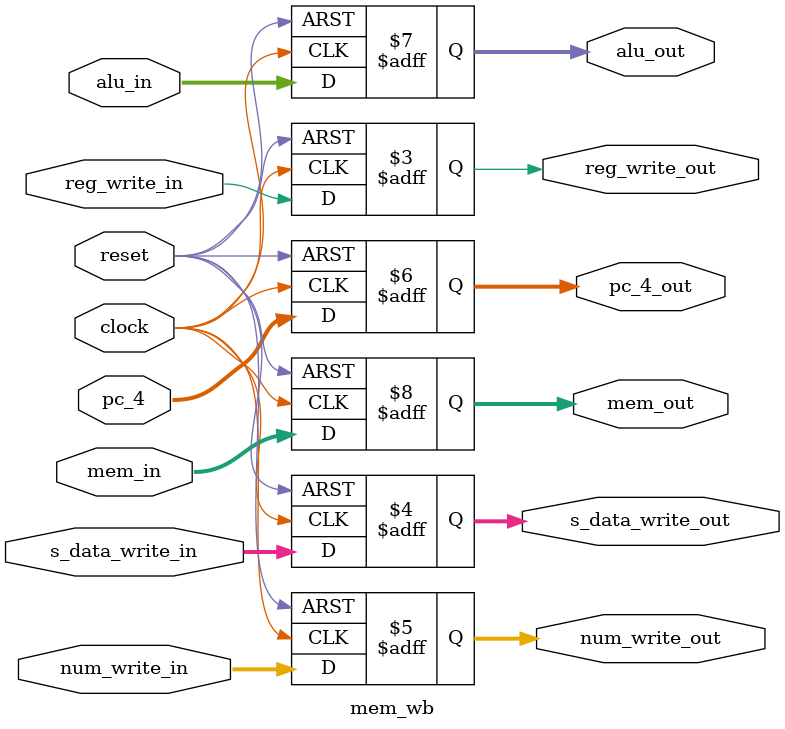
<source format=v>
module mem_wb (
               input clock,
               input reset,
               input [31:0] pc_4,
               input [31:0] alu_in,
               input [31:0] mem_in,
               input [4:0] num_write_in,
               input [1:0] s_data_write_in,
               input reg_write_in,
               output reg reg_write_out,
               output reg [1:0] s_data_write_out,
               output reg [4:0] num_write_out,
               output reg [31:0] pc_4_out,
               output reg [31:0] alu_out,
               output reg [31:0] mem_out
               );
    always@(posedge clock,negedge reset)
    begin
        if (!reset)
        begin
            pc_4_out      = {32{1'b0}};
            alu_out       = {32{1'b0}};
            mem_out       = {32{1'b0}};
            num_write_out = {5{1'b0}};
            reg_write_out=0;
            s_data_write_out=2'b00;
        end
        else
        begin
            reg_write_out<=reg_write_in;
            s_data_write_out<=s_data_write_in;
            pc_4_out      <= pc_4;
            alu_out       <= alu_in;
            mem_out       <= mem_in;
            num_write_out <= num_write_in;
        end
    end
    
endmodule //mem_w

</source>
